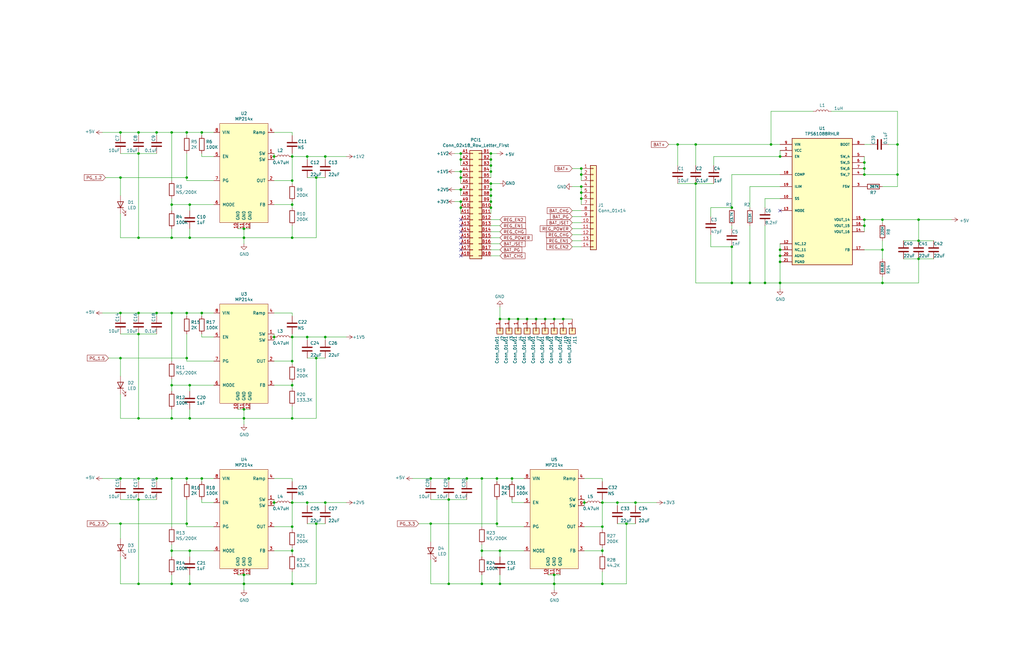
<source format=kicad_sch>
(kicad_sch (version 20211123) (generator eeschema)
  (paper "User" 431.8 279.4)
  (title_block (title "Fpga-USB3-Collector (DDR3_2G)"))
  (junction (at 254 246.38))
  (junction (at 85.09 201.93))
  (junction (at 254 222.25))
  (junction (at 115.57 212.09))
  (junction (at 123.19 152.4))
  (junction (at 50.8 55.88))
  (junction (at 218.44 134.62))
  (junction (at 102.87 176.53))
  (junction (at 214.63 134.62))
  (junction (at 181.61 201.93))
  (junction (at 72.39 201.93))
  (junction (at 102.87 242.57))
  (junction (at 194.31 80.01))
  (junction (at 58.42 64.77))
  (junction (at 245.11 83.82))
  (junction (at 66.04 55.88))
  (junction (at 72.39 232.41))
  (junction (at 123.19 232.41))
  (junction (at 207.01 69.85))
  (junction (at 364.49 95.25))
  (junction (at 72.39 246.38))
  (junction (at 325.12 60.96))
  (junction (at 364.49 68.58))
  (junction (at 102.87 96.52))
  (junction (at 293.37 60.96))
  (junction (at 80.01 86.36))
  (junction (at 207.01 82.55))
  (junction (at 222.25 134.62))
  (junction (at 209.55 220.98))
  (junction (at 102.87 246.38))
  (junction (at 328.93 119.38))
  (junction (at 66.04 201.93))
  (junction (at 245.11 81.28))
  (junction (at 245.11 73.66))
  (junction (at 123.19 176.53))
  (junction (at 194.31 64.77))
  (junction (at 80.01 232.41))
  (junction (at 210.82 246.38))
  (junction (at 129.54 142.24))
  (junction (at 209.55 201.93))
  (junction (at 328.93 107.95))
  (junction (at 129.54 66.04))
  (junction (at 246.38 212.09))
  (junction (at 115.57 142.24))
  (junction (at 364.49 71.12))
  (junction (at 66.04 132.08))
  (junction (at 372.11 92.71))
  (junction (at 264.16 220.98))
  (junction (at 78.74 201.93))
  (junction (at 364.49 73.66))
  (junction (at 378.46 60.96))
  (junction (at 387.35 92.71))
  (junction (at 189.23 246.38))
  (junction (at 72.39 100.33))
  (junction (at 78.74 220.98))
  (junction (at 210.82 134.62))
  (junction (at 308.61 104.14))
  (junction (at 123.19 86.36))
  (junction (at 123.19 246.38))
  (junction (at 133.35 220.98))
  (junction (at 328.93 105.41))
  (junction (at 50.8 201.93))
  (junction (at 80.01 246.38))
  (junction (at 123.19 76.2))
  (junction (at 189.23 201.93))
  (junction (at 387.35 109.22))
  (junction (at 72.39 55.88))
  (junction (at 80.01 100.33))
  (junction (at 328.93 66.04))
  (junction (at 72.39 162.56))
  (junction (at 207.01 87.63))
  (junction (at 308.61 87.63))
  (junction (at 58.42 55.88))
  (junction (at 58.42 140.97))
  (junction (at 207.01 67.31))
  (junction (at 260.35 212.09))
  (junction (at 78.74 132.08))
  (junction (at 207.01 72.39))
  (junction (at 137.16 66.04))
  (junction (at 137.16 212.09))
  (junction (at 133.35 74.93))
  (junction (at 194.31 85.09))
  (junction (at 316.23 119.38))
  (junction (at 196.85 201.93))
  (junction (at 115.57 66.04))
  (junction (at 78.74 151.13))
  (junction (at 123.19 162.56))
  (junction (at 267.97 212.09))
  (junction (at 245.11 78.74))
  (junction (at 207.01 85.09))
  (junction (at 85.09 55.88))
  (junction (at 207.01 80.01))
  (junction (at 378.46 73.66))
  (junction (at 254 232.41))
  (junction (at 50.8 74.93))
  (junction (at 133.35 151.13))
  (junction (at 123.19 66.04))
  (junction (at 194.31 72.39))
  (junction (at 78.74 74.93))
  (junction (at 123.19 142.24))
  (junction (at 58.42 210.82))
  (junction (at 372.11 105.41))
  (junction (at 322.58 119.38))
  (junction (at 285.75 60.96))
  (junction (at 203.2 246.38))
  (junction (at 137.16 142.24))
  (junction (at 207.01 64.77))
  (junction (at 102.87 100.33))
  (junction (at 215.9 201.93))
  (junction (at 50.8 132.08))
  (junction (at 80.01 162.56))
  (junction (at 50.8 220.98))
  (junction (at 72.39 132.08))
  (junction (at 245.11 71.12))
  (junction (at 237.49 134.62))
  (junction (at 194.31 67.31))
  (junction (at 328.93 110.49))
  (junction (at 293.37 77.47))
  (junction (at 189.23 210.82))
  (junction (at 78.74 55.88))
  (junction (at 181.61 220.98))
  (junction (at 233.68 242.57))
  (junction (at 123.19 100.33))
  (junction (at 254 212.09))
  (junction (at 72.39 86.36))
  (junction (at 364.49 92.71))
  (junction (at 58.42 201.93))
  (junction (at 80.01 176.53))
  (junction (at 229.87 134.62))
  (junction (at 123.19 212.09))
  (junction (at 226.06 134.62))
  (junction (at 387.35 101.6))
  (junction (at 233.68 134.62))
  (junction (at 207.01 77.47))
  (junction (at 203.2 232.41))
  (junction (at 58.42 100.33))
  (junction (at 203.2 201.93))
  (junction (at 372.11 119.38))
  (junction (at 194.31 74.93))
  (junction (at 72.39 176.53))
  (junction (at 85.09 132.08))
  (junction (at 58.42 132.08))
  (junction (at 194.31 87.63))
  (junction (at 58.42 176.53))
  (junction (at 233.68 246.38))
  (junction (at 308.61 119.38))
  (junction (at 123.19 222.25))
  (junction (at 58.42 246.38))
  (junction (at 50.8 151.13))
  (junction (at 102.87 172.72))
  (junction (at 129.54 212.09))
  (junction (at 210.82 232.41))
  (no_connect (at 194.31 97.79))
  (no_connect (at 194.31 100.33))
  (no_connect (at 194.31 92.71))
  (no_connect (at 194.31 95.25))
  (no_connect (at 194.31 107.95))
  (no_connect (at 194.31 105.41))
  (no_connect (at 194.31 102.87))
  (no_connect (at 328.93 88.9))
  (wire (pts (xy 378.46 46.99) (xy 378.46 60.96)))
  (wire (pts (xy 210.82 95.25) (xy 207.01 95.25)))
  (wire (pts (xy 137.16 142.24) (xy 137.16 143.51)))
  (wire (pts (xy 80.01 165.1) (xy 80.01 162.56)))
  (wire (pts (xy 210.82 105.41) (xy 207.01 105.41)))
  (wire (pts (xy 72.39 242.57) (xy 72.39 246.38)))
  (wire (pts (xy 196.85 203.2) (xy 196.85 201.93)))
  (wire (pts (xy 233.68 134.62) (xy 237.49 134.62)))
  (wire (pts (xy 322.58 95.25) (xy 322.58 119.38)))
  (wire (pts (xy 78.74 74.93) (xy 78.74 76.2)))
  (wire (pts (xy 254 212.09) (xy 260.35 212.09)))
  (wire (pts (xy 78.74 64.77) (xy 78.74 74.93)))
  (wire (pts (xy 222.25 134.62) (xy 226.06 134.62)))
  (wire (pts (xy 85.09 64.77) (xy 85.09 66.04)))
  (wire (pts (xy 364.49 97.79) (xy 364.49 95.25)))
  (wire (pts (xy 196.85 210.82) (xy 189.23 210.82)))
  (wire (pts (xy 254 222.25) (xy 254 223.52)))
  (wire (pts (xy 72.39 176.53) (xy 80.01 176.53)))
  (wire (pts (xy 246.38 210.82) (xy 246.38 212.09)))
  (wire (pts (xy 50.8 90.17) (xy 50.8 100.33)))
  (wire (pts (xy 115.57 222.25) (xy 123.19 222.25)))
  (wire (pts (xy 78.74 210.82) (xy 78.74 220.98)))
  (wire (pts (xy 207.01 82.55) (xy 207.01 85.09)))
  (wire (pts (xy 214.63 134.62) (xy 218.44 134.62)))
  (wire (pts (xy 231.14 242.57) (xy 233.68 242.57)))
  (wire (pts (xy 72.39 132.08) (xy 78.74 132.08)))
  (wire (pts (xy 207.01 64.77) (xy 207.01 67.31)))
  (wire (pts (xy 102.87 96.52) (xy 105.41 96.52)))
  (wire (pts (xy 123.19 132.08) (xy 115.57 132.08)))
  (wire (pts (xy 50.8 74.93) (xy 78.74 74.93)))
  (wire (pts (xy 85.09 57.15) (xy 85.09 55.88)))
  (wire (pts (xy 241.3 101.6) (xy 245.11 101.6)))
  (wire (pts (xy 387.35 109.22) (xy 387.35 119.38)))
  (wire (pts (xy 78.74 151.13) (xy 78.74 152.4)))
  (wire (pts (xy 50.8 74.93) (xy 50.8 82.55)))
  (wire (pts (xy 123.19 133.35) (xy 123.19 132.08)))
  (wire (pts (xy 85.09 133.35) (xy 85.09 132.08)))
  (wire (pts (xy 325.12 46.99) (xy 325.12 60.96)))
  (wire (pts (xy 58.42 140.97) (xy 50.8 140.97)))
  (wire (pts (xy 245.11 71.12) (xy 245.11 73.66)))
  (wire (pts (xy 85.09 142.24) (xy 90.17 142.24)))
  (wire (pts (xy 226.06 134.62) (xy 229.87 134.62)))
  (wire (pts (xy 78.74 140.97) (xy 78.74 151.13)))
  (wire (pts (xy 102.87 179.07) (xy 102.87 176.53)))
  (wire (pts (xy 133.35 100.33) (xy 123.19 100.33)))
  (wire (pts (xy 191.77 85.09) (xy 194.31 85.09)))
  (wire (pts (xy 102.87 172.72) (xy 105.41 172.72)))
  (wire (pts (xy 207.01 67.31) (xy 207.01 69.85)))
  (wire (pts (xy 137.16 66.04) (xy 137.16 67.31)))
  (wire (pts (xy 237.49 134.62) (xy 241.3 134.62)))
  (wire (pts (xy 50.8 176.53) (xy 58.42 176.53)))
  (wire (pts (xy 241.3 96.52) (xy 245.11 96.52)))
  (wire (pts (xy 72.39 229.87) (xy 72.39 232.41)))
  (wire (pts (xy 264.16 246.38) (xy 254 246.38)))
  (wire (pts (xy 189.23 246.38) (xy 203.2 246.38)))
  (wire (pts (xy 241.3 88.9) (xy 245.11 88.9)))
  (wire (pts (xy 215.9 210.82) (xy 215.9 212.09)))
  (wire (pts (xy 189.23 210.82) (xy 181.61 210.82)))
  (wire (pts (xy 66.04 201.93) (xy 58.42 201.93)))
  (wire (pts (xy 328.93 63.5) (xy 328.93 66.04)))
  (wire (pts (xy 241.3 104.14) (xy 245.11 104.14)))
  (wire (pts (xy 364.49 68.58) (xy 364.49 71.12)))
  (wire (pts (xy 58.42 140.97) (xy 58.42 176.53)))
  (wire (pts (xy 43.18 201.93) (xy 50.8 201.93)))
  (wire (pts (xy 328.93 78.74) (xy 316.23 78.74)))
  (wire (pts (xy 254 203.2) (xy 254 201.93)))
  (wire (pts (xy 85.09 132.08) (xy 78.74 132.08)))
  (wire (pts (xy 100.33 172.72) (xy 102.87 172.72)))
  (wire (pts (xy 50.8 55.88) (xy 50.8 57.15)))
  (wire (pts (xy 210.82 246.38) (xy 233.68 246.38)))
  (wire (pts (xy 401.32 92.71) (xy 387.35 92.71)))
  (wire (pts (xy 364.49 66.04) (xy 364.49 68.58)))
  (wire (pts (xy 210.82 100.33) (xy 207.01 100.33)))
  (wire (pts (xy 50.8 158.75) (xy 50.8 151.13)))
  (wire (pts (xy 293.37 77.47) (xy 293.37 119.38)))
  (wire (pts (xy 300.99 66.04) (xy 300.99 69.85)))
  (wire (pts (xy 115.57 76.2) (xy 123.19 76.2)))
  (wire (pts (xy 58.42 57.15) (xy 58.42 55.88)))
  (wire (pts (xy 123.19 55.88) (xy 115.57 55.88)))
  (wire (pts (xy 115.57 162.56) (xy 123.19 162.56)))
  (wire (pts (xy 66.04 140.97) (xy 58.42 140.97)))
  (wire (pts (xy 308.61 119.38) (xy 316.23 119.38)))
  (wire (pts (xy 254 212.09) (xy 254 210.82)))
  (wire (pts (xy 233.68 242.57) (xy 233.68 246.38)))
  (wire (pts (xy 215.9 201.93) (xy 209.55 201.93)))
  (wire (pts (xy 66.04 203.2) (xy 66.04 201.93)))
  (wire (pts (xy 123.19 201.93) (xy 115.57 201.93)))
  (wire (pts (xy 102.87 96.52) (xy 102.87 100.33)))
  (wire (pts (xy 210.82 134.62) (xy 214.63 134.62)))
  (wire (pts (xy 328.93 105.41) (xy 328.93 107.95)))
  (wire (pts (xy 210.82 242.57) (xy 210.82 246.38)))
  (wire (pts (xy 78.74 152.4) (xy 90.17 152.4)))
  (wire (pts (xy 78.74 57.15) (xy 78.74 55.88)))
  (wire (pts (xy 267.97 212.09) (xy 267.97 213.36)))
  (wire (pts (xy 364.49 73.66) (xy 378.46 73.66)))
  (wire (pts (xy 378.46 78.74) (xy 372.11 78.74)))
  (wire (pts (xy 241.3 91.44) (xy 245.11 91.44)))
  (wire (pts (xy 85.09 212.09) (xy 90.17 212.09)))
  (wire (pts (xy 80.01 246.38) (xy 102.87 246.38)))
  (wire (pts (xy 102.87 248.92) (xy 102.87 246.38)))
  (wire (pts (xy 58.42 201.93) (xy 50.8 201.93)))
  (wire (pts (xy 72.39 246.38) (xy 80.01 246.38)))
  (wire (pts (xy 210.82 232.41) (xy 220.98 232.41)))
  (wire (pts (xy 229.87 134.62) (xy 233.68 134.62)))
  (wire (pts (xy 220.98 201.93) (xy 215.9 201.93)))
  (wire (pts (xy 328.93 110.49) (xy 328.93 119.38)))
  (wire (pts (xy 123.19 142.24) (xy 123.19 152.4)))
  (wire (pts (xy 372.11 92.71) (xy 387.35 92.71)))
  (wire (pts (xy 102.87 100.33) (xy 123.19 100.33)))
  (wire (pts (xy 78.74 222.25) (xy 90.17 222.25)))
  (wire (pts (xy 58.42 55.88) (xy 50.8 55.88)))
  (wire (pts (xy 123.19 212.09) (xy 123.19 210.82)))
  (wire (pts (xy 194.31 67.31) (xy 194.31 69.85)))
  (wire (pts (xy 322.58 83.82) (xy 322.58 87.63)))
  (wire (pts (xy 137.16 212.09) (xy 146.05 212.09)))
  (wire (pts (xy 72.39 201.93) (xy 78.74 201.93)))
  (wire (pts (xy 66.04 132.08) (xy 58.42 132.08)))
  (wire (pts (xy 364.49 92.71) (xy 372.11 92.71)))
  (wire (pts (xy 210.82 102.87) (xy 207.01 102.87)))
  (wire (pts (xy 66.04 55.88) (xy 72.39 55.88)))
  (wire (pts (xy 85.09 66.04) (xy 90.17 66.04)))
  (wire (pts (xy 203.2 246.38) (xy 210.82 246.38)))
  (wire (pts (xy 189.23 201.93) (xy 181.61 201.93)))
  (wire (pts (xy 381 101.6) (xy 387.35 101.6)))
  (wire (pts (xy 218.44 134.62) (xy 222.25 134.62)))
  (wire (pts (xy 191.77 72.39) (xy 194.31 72.39)))
  (wire (pts (xy 328.93 73.66) (xy 308.61 73.66)))
  (wire (pts (xy 78.74 203.2) (xy 78.74 201.93)))
  (wire (pts (xy 58.42 210.82) (xy 50.8 210.82)))
  (wire (pts (xy 123.19 233.68) (xy 123.19 232.41)))
  (wire (pts (xy 129.54 212.09) (xy 137.16 212.09)))
  (wire (pts (xy 209.55 210.82) (xy 209.55 220.98)))
  (wire (pts (xy 299.72 87.63) (xy 308.61 87.63)))
  (wire (pts (xy 80.01 172.72) (xy 80.01 176.53)))
  (wire (pts (xy 129.54 142.24) (xy 137.16 142.24)))
  (wire (pts (xy 181.61 236.22) (xy 181.61 246.38)))
  (wire (pts (xy 72.39 162.56) (xy 80.01 162.56)))
  (wire (pts (xy 78.74 133.35) (xy 78.74 132.08)))
  (wire (pts (xy 66.04 64.77) (xy 58.42 64.77)))
  (wire (pts (xy 115.57 210.82) (xy 115.57 212.09)))
  (wire (pts (xy 191.77 80.01) (xy 194.31 80.01)))
  (wire (pts (xy 123.19 222.25) (xy 123.19 223.52)))
  (wire (pts (xy 264.16 220.98) (xy 264.16 246.38)))
  (wire (pts (xy 233.68 248.92) (xy 233.68 246.38)))
  (wire (pts (xy 50.8 220.98) (xy 78.74 220.98)))
  (wire (pts (xy 381 109.22) (xy 387.35 109.22)))
  (wire (pts (xy 72.39 152.4) (xy 72.39 132.08)))
  (wire (pts (xy 123.19 246.38) (xy 123.19 241.3)))
  (wire (pts (xy 43.18 55.88) (xy 50.8 55.88)))
  (wire (pts (xy 210.82 107.95) (xy 207.01 107.95)))
  (wire (pts (xy 299.72 99.06) (xy 299.72 104.14)))
  (wire (pts (xy 133.35 246.38) (xy 123.19 246.38)))
  (wire (pts (xy 372.11 119.38) (xy 372.11 116.84)))
  (wire (pts (xy 209.55 64.77) (xy 207.01 64.77)))
  (wire (pts (xy 194.31 72.39) (xy 194.31 74.93)))
  (wire (pts (xy 173.99 201.93) (xy 181.61 201.93)))
  (wire (pts (xy 181.61 228.6) (xy 181.61 220.98)))
  (wire (pts (xy 210.82 129.54) (xy 210.82 134.62)))
  (wire (pts (xy 133.35 74.93) (xy 129.54 74.93)))
  (wire (pts (xy 210.82 92.71) (xy 207.01 92.71)))
  (wire (pts (xy 393.7 109.22) (xy 387.35 109.22)))
  (wire (pts (xy 176.53 220.98) (xy 181.61 220.98)))
  (wire (pts (xy 102.87 242.57) (xy 102.87 246.38)))
  (wire (pts (xy 66.04 201.93) (xy 72.39 201.93)))
  (wire (pts (xy 293.37 69.85) (xy 293.37 60.96)))
  (wire (pts (xy 123.19 66.04) (xy 129.54 66.04)))
  (wire (pts (xy 133.35 220.98) (xy 129.54 220.98)))
  (wire (pts (xy 387.35 101.6) (xy 387.35 92.71)))
  (wire (pts (xy 308.61 95.25) (xy 308.61 96.52)))
  (wire (pts (xy 85.09 210.82) (xy 85.09 212.09)))
  (wire (pts (xy 58.42 210.82) (xy 58.42 246.38)))
  (wire (pts (xy 328.93 60.96) (xy 325.12 60.96)))
  (wire (pts (xy 203.2 242.57) (xy 203.2 246.38)))
  (wire (pts (xy 293.37 77.47) (xy 285.75 77.47)))
  (wire (pts (xy 72.39 55.88) (xy 78.74 55.88)))
  (wire (pts (xy 246.38 212.09) (xy 246.38 213.36)))
  (wire (pts (xy 207.01 77.47) (xy 210.82 77.47)))
  (wire (pts (xy 123.19 212.09) (xy 129.54 212.09)))
  (wire (pts (xy 72.39 96.52) (xy 72.39 100.33)))
  (wire (pts (xy 123.19 152.4) (xy 123.19 153.67)))
  (wire (pts (xy 203.2 222.25) (xy 203.2 201.93)))
  (wire (pts (xy 58.42 132.08) (xy 50.8 132.08)))
  (wire (pts (xy 90.17 201.93) (xy 85.09 201.93)))
  (wire (pts (xy 233.68 242.57) (xy 236.22 242.57)))
  (wire (pts (xy 181.61 220.98) (xy 209.55 220.98)))
  (wire (pts (xy 50.8 151.13) (xy 78.74 151.13)))
  (wire (pts (xy 72.39 160.02) (xy 72.39 162.56)))
  (wire (pts (xy 209.55 220.98) (xy 209.55 222.25)))
  (wire (pts (xy 45.72 151.13) (xy 50.8 151.13)))
  (wire (pts (xy 129.54 213.36) (xy 129.54 212.09)))
  (wire (pts (xy 58.42 64.77) (xy 50.8 64.77)))
  (wire (pts (xy 115.57 66.04) (xy 115.57 67.31)))
  (wire (pts (xy 254 212.09) (xy 254 222.25)))
  (wire (pts (xy 50.8 246.38) (xy 58.42 246.38)))
  (wire (pts (xy 123.19 142.24) (xy 129.54 142.24)))
  (wire (pts (xy 72.39 162.56) (xy 72.39 165.1)))
  (wire (pts (xy 85.09 55.88) (xy 78.74 55.88)))
  (wire (pts (xy 196.85 201.93) (xy 203.2 201.93)))
  (wire (pts (xy 233.68 246.38) (xy 254 246.38)))
  (wire (pts (xy 207.01 72.39) (xy 207.01 74.93)))
  (wire (pts (xy 207.01 77.47) (xy 207.01 80.01)))
  (wire (pts (xy 100.33 96.52) (xy 102.87 96.52)))
  (wire (pts (xy 254 201.93) (xy 246.38 201.93)))
  (wire (pts (xy 245.11 83.82) (xy 245.11 86.36)))
  (wire (pts (xy 308.61 73.66) (xy 308.61 87.63)))
  (wire (pts (xy 246.38 232.41) (xy 254 232.41)))
  (wire (pts (xy 241.3 93.98) (xy 245.11 93.98)))
  (wire (pts (xy 372.11 119.38) (xy 387.35 119.38)))
  (wire (pts (xy 85.09 201.93) (xy 78.74 201.93)))
  (wire (pts (xy 372.11 101.6) (xy 372.11 105.41)))
  (wire (pts (xy 102.87 172.72) (xy 102.87 176.53)))
  (wire (pts (xy 264.16 220.98) (xy 260.35 220.98)))
  (wire (pts (xy 72.39 232.41) (xy 80.01 232.41)))
  (wire (pts (xy 45.72 220.98) (xy 50.8 220.98)))
  (wire (pts (xy 129.54 143.51) (xy 129.54 142.24)))
  (wire (pts (xy 80.01 242.57) (xy 80.01 246.38)))
  (wire (pts (xy 194.31 64.77) (xy 194.31 67.31)))
  (wire (pts (xy 194.31 87.63) (xy 194.31 90.17)))
  (wire (pts (xy 72.39 232.41) (xy 72.39 234.95)))
  (wire (pts (xy 85.09 203.2) (xy 85.09 201.93)))
  (wire (pts (xy 245.11 81.28) (xy 245.11 83.82)))
  (wire (pts (xy 133.35 220.98) (xy 133.35 246.38)))
  (wire (pts (xy 115.57 212.09) (xy 115.57 213.36)))
  (wire (pts (xy 372.11 119.38) (xy 328.93 119.38)))
  (wire (pts (xy 72.39 83.82) (xy 72.39 86.36)))
  (wire (pts (xy 196.85 201.93) (xy 189.23 201.93)))
  (wire (pts (xy 191.77 64.77) (xy 194.31 64.77)))
  (wire (pts (xy 316.23 119.38) (xy 322.58 119.38)))
  (wire (pts (xy 285.75 60.96) (xy 281.94 60.96)))
  (wire (pts (xy 123.19 66.04) (xy 123.19 64.77)))
  (wire (pts (xy 245.11 73.66) (xy 245.11 76.2)))
  (wire (pts (xy 207.01 85.09) (xy 207.01 87.63)))
  (wire (pts (xy 58.42 176.53) (xy 72.39 176.53)))
  (wire (pts (xy 66.04 210.82) (xy 58.42 210.82)))
  (wire (pts (xy 137.16 74.93) (xy 133.35 74.93)))
  (wire (pts (xy 133.35 176.53) (xy 123.19 176.53)))
  (wire (pts (xy 43.18 132.08) (xy 50.8 132.08)))
  (wire (pts (xy 203.2 229.87) (xy 203.2 232.41)))
  (wire (pts (xy 78.74 76.2) (xy 90.17 76.2)))
  (wire (pts (xy 50.8 201.93) (xy 50.8 203.2)))
  (wire (pts (xy 115.57 152.4) (xy 123.19 152.4)))
  (wire (pts (xy 372.11 92.71) (xy 372.11 93.98)))
  (wire (pts (xy 133.35 151.13) (xy 133.35 176.53)))
  (wire (pts (xy 328.93 66.04) (xy 300.99 66.04)))
  (wire (pts (xy 207.01 87.63) (xy 207.01 90.17)))
  (wire (pts (xy 203.2 201.93) (xy 209.55 201.93)))
  (wire (pts (xy 100.33 242.57) (xy 102.87 242.57)))
  (wire (pts (xy 90.17 132.08) (xy 85.09 132.08)))
  (wire (pts (xy 115.57 140.97) (xy 115.57 142.24)))
  (wire (pts (xy 123.19 87.63) (xy 123.19 86.36)))
  (wire (pts (xy 66.04 132.08) (xy 72.39 132.08)))
  (wire (pts (xy 66.04 55.88) (xy 58.42 55.88)))
  (wire (pts (xy 66.04 57.15) (xy 66.04 55.88)))
  (wire (pts (xy 50.8 132.08) (xy 50.8 133.35)))
  (wire (pts (xy 316.23 78.74) (xy 316.23 87.63)))
  (wire (pts (xy 133.35 74.93) (xy 133.35 100.33)))
  (wire (pts (xy 210.82 97.79) (xy 207.01 97.79)))
  (wire (pts (xy 364.49 105.41) (xy 372.11 105.41)))
  (wire (pts (xy 80.01 86.36) (xy 90.17 86.36)))
  (wire (pts (xy 72.39 100.33) (xy 80.01 100.33)))
  (wire (pts (xy 322.58 119.38) (xy 328.93 119.38)))
  (wire (pts (xy 194.31 74.93) (xy 194.31 77.47)))
  (wire (pts (xy 58.42 203.2) (xy 58.42 201.93)))
  (wire (pts (xy 246.38 222.25) (xy 254 222.25)))
  (wire (pts (xy 285.75 69.85) (xy 285.75 60.96)))
  (wire (pts (xy 299.72 87.63) (xy 299.72 91.44)))
  (wire (pts (xy 50.8 166.37) (xy 50.8 176.53)))
  (wire (pts (xy 133.35 151.13) (xy 129.54 151.13)))
  (wire (pts (xy 115.57 232.41) (xy 123.19 232.41)))
  (wire (pts (xy 260.35 213.36) (xy 260.35 212.09)))
  (wire (pts (xy 241.3 71.12) (xy 245.11 71.12)))
  (wire (pts (xy 260.35 212.09) (xy 267.97 212.09)))
  (wire (pts (xy 207.01 69.85) (xy 207.01 72.39)))
  (wire (pts (xy 350.52 46.99) (xy 378.46 46.99)))
  (wire (pts (xy 80.01 100.33) (xy 102.87 100.33)))
  (wire (pts (xy 102.87 242.57) (xy 105.41 242.57)))
  (wire (pts (xy 189.23 210.82) (xy 189.23 246.38)))
  (wire (pts (xy 58.42 64.77) (xy 58.42 100.33)))
  (wire (pts (xy 245.11 78.74) (xy 245.11 81.28)))
  (wire (pts (xy 58.42 100.33) (xy 72.39 100.33)))
  (wire (pts (xy 308.61 104.14) (xy 308.61 119.38)))
  (wire (pts (xy 209.55 222.25) (xy 220.98 222.25)))
  (wire (pts (xy 316.23 95.25) (xy 316.23 119.38)))
  (wire (pts (xy 293.37 119.38) (xy 308.61 119.38)))
  (wire (pts (xy 50.8 100.33) (xy 58.42 100.33)))
  (wire (pts (xy 72.39 222.25) (xy 72.39 201.93)))
  (wire (pts (xy 299.72 104.14) (xy 308.61 104.14)))
  (wire (pts (xy 328.93 107.95) (xy 328.93 110.49)))
  (wire (pts (xy 267.97 220.98) (xy 264.16 220.98)))
  (wire (pts (xy 203.2 232.41) (xy 210.82 232.41)))
  (wire (pts (xy 115.57 142.24) (xy 115.57 143.51)))
  (wire (pts (xy 300.99 77.47) (xy 293.37 77.47)))
  (wire (pts (xy 123.19 162.56) (xy 123.19 161.29)))
  (wire (pts (xy 210.82 234.95) (xy 210.82 232.41)))
  (wire (pts (xy 123.19 76.2) (xy 123.19 77.47)))
  (wire (pts (xy 85.09 140.97) (xy 85.09 142.24)))
  (wire (pts (xy 203.2 232.41) (xy 203.2 234.95)))
  (wire (pts (xy 189.23 203.2) (xy 189.23 201.93)))
  (wire (pts (xy 80.01 88.9) (xy 80.01 86.36)))
  (wire (pts (xy 267.97 212.09) (xy 276.86 212.09)))
  (wire (pts (xy 72.39 86.36) (xy 80.01 86.36)))
  (wire (pts (xy 44.45 74.93) (xy 50.8 74.93)))
  (wire (pts (xy 72.39 76.2) (xy 72.39 55.88)))
  (wire (pts (xy 215.9 203.2) (xy 215.9 201.93)))
  (wire (pts (xy 342.9 46.99) (xy 325.12 46.99)))
  (wire (pts (xy 90.17 55.88) (xy 85.09 55.88)))
  (wire (pts (xy 80.01 96.52) (xy 80.01 100.33)))
  (wire (pts (xy 254 246.38) (xy 254 241.3)))
  (wire (pts (xy 72.39 172.72) (xy 72.39 176.53)))
  (wire (pts (xy 80.01 176.53) (xy 102.87 176.53)))
  (wire (pts (xy 58.42 133.35) (xy 58.42 132.08)))
  (wire (pts (xy 50.8 220.98) (xy 50.8 227.33)))
  (wire (pts (xy 72.39 86.36) (xy 72.39 88.9)))
  (wire (pts (xy 378.46 73.66) (xy 378.46 78.74)))
  (wire (pts (xy 325.12 60.96) (xy 293.37 60.96)))
  (wire (pts (xy 66.04 133.35) (xy 66.04 132.08)))
  (wire (pts (xy 102.87 246.38) (xy 123.19 246.38)))
  (wire (pts (xy 181.61 246.38) (xy 189.23 246.38)))
  (wire (pts (xy 241.3 99.06) (xy 245.11 99.06)))
  (wire (pts (xy 123.19 212.09) (xy 123.19 222.25)))
  (wire (pts (xy 123.19 86.36) (xy 123.19 85.09)))
  (wire (pts (xy 137.16 66.04) (xy 146.05 66.04)))
  (wire (pts (xy 129.54 67.31) (xy 129.54 66.04)))
  (wire (pts (xy 387.35 101.6) (xy 393.7 101.6)))
  (wire (pts (xy 241.3 78.74) (xy 245.11 78.74)))
  (wire (pts (xy 58.42 246.38) (xy 72.39 246.38)))
  (wire (pts (xy 207.01 80.01) (xy 207.01 82.55)))
  (wire (pts (xy 129.54 66.04) (xy 137.16 66.04)))
  (wire (pts (xy 80.01 234.95) (xy 80.01 232.41)))
  (wire (pts (xy 123.19 100.33) (xy 123.19 95.25)))
  (wire (pts (xy 137.16 220.98) (xy 133.35 220.98)))
  (wire (pts (xy 137.16 151.13) (xy 133.35 151.13)))
  (wire (pts (xy 254 232.41) (xy 254 231.14)))
  (wire (pts (xy 123.19 203.2) (xy 123.19 201.93)))
  (wire (pts (xy 364.49 60.96) (xy 367.03 60.96)))
  (wire (pts (xy 78.74 220.98) (xy 78.74 222.25)))
  (wire (pts (xy 372.11 105.41) (xy 372.11 109.22)))
  (wire (pts (xy 209.55 203.2) (xy 209.55 201.93)))
  (wire (pts (xy 102.87 102.87) (xy 102.87 100.33)))
  (wire (pts (xy 328.93 121.92) (xy 328.93 119.38)))
  (wire (pts (xy 80.01 232.41) (xy 90.17 232.41)))
  (wire (pts (xy 50.8 234.95) (xy 50.8 246.38)))
  (wire (pts (xy 115.57 64.77) (xy 115.57 66.04)))
  (wire (pts (xy 293.37 60.96) (xy 285.75 60.96)))
  (wire (pts (xy 364.49 71.12) (xy 364.49 73.66)))
  (wire (pts (xy 102.87 176.53) (xy 123.19 176.53)))
  (wire (pts (xy 137.16 212.09) (xy 137.16 213.36)))
  (wire (pts (xy 80.01 162.56) (xy 90.17 162.56)))
  (wire (pts (xy 123.19 66.04) (xy 123.19 76.2)))
  (wire (pts (xy 254 233.68) (xy 254 232.41)))
  (wire (pts (xy 123.19 163.83) (xy 123.19 162.56)))
  (wire (pts (xy 215.9 212.09) (xy 220.98 212.09)))
  (wire (pts (xy 123.19 57.15) (xy 123.19 55.88)))
  (wire (pts (xy 364.49 95.25) (xy 364.49 92.71)))
  (wire (pts (xy 194.31 85.09) (xy 194.31 87.63)))
  (wire (pts (xy 328.93 83.82) (xy 322.58 83.82)))
  (wire (pts (xy 374.65 60.96) (xy 378.46 60.96)))
  (wire (pts (xy 123.19 232.41) (xy 123.19 231.14)))
  (wire (pts (xy 328.93 102.87) (xy 328.93 105.41)))
  (wire (pts (xy 123.19 142.24) (xy 123.19 140.97)))
  (wire (pts (xy 181.61 201.93) (xy 181.61 203.2)))
  (wire (pts (xy 137.16 142.24) (xy 146.05 142.24)))
  (wire (pts (xy 378.46 60.96) (xy 378.46 73.66)))
  (wire (pts (xy 115.57 86.36) (xy 123.19 86.36)))
  (wire (pts (xy 123.19 176.53) (xy 123.19 171.45)))
  (wire (pts (xy 194.31 80.01) (xy 194.31 82.55)))
  (global_label "BAT_CHG" (shape input) (at 210.82 107.95 0) (property "Intersheet References" "${INTERSHEET_REFS}" (effects hide)))
  (global_label "PG_2.5" (shape input) (at 45.72 220.98 180) (property "Intersheet References" "${INTERSHEET_REFS}" (effects hide)))
  (global_label "BAT_ISET" (shape input) (at 241.3 93.98 180) (property "Intersheet References" "${INTERSHEET_REFS}" (effects hide)))
  (global_label "BAT+" (shape input) (at 241.3 71.12 180) (property "Intersheet References" "${INTERSHEET_REFS}" (effects hide)))
  (global_label "PG_1.2" (shape input) (at 44.45 74.93 180) (property "Intersheet References" "${INTERSHEET_REFS}" (effects hide)))
  (global_label "REG_POWER" (shape input) (at 210.82 100.33 0) (property "Intersheet References" "${INTERSHEET_REFS}" (effects hide)))
  (global_label "REG_EN2" (shape input) (at 241.3 104.14 180) (property "Intersheet References" "${INTERSHEET_REFS}" (effects hide)))
  (global_label "REG_EN2" (shape input) (at 210.82 92.71 0) (property "Intersheet References" "${INTERSHEET_REFS}" (effects hide)))
  (global_label "BAT_PG" (shape input) (at 241.3 91.44 180) (property "Intersheet References" "${INTERSHEET_REFS}" (effects hide)))
  (global_label "BAT_CHG" (shape input) (at 241.3 88.9 180) (property "Intersheet References" "${INTERSHEET_REFS}" (effects hide)))
  (global_label "REG_EN1" (shape input) (at 241.3 101.6 180) (property "Intersheet References" "${INTERSHEET_REFS}" (effects hide)))
  (global_label "BAT+" (shape input) (at 281.94 60.96 180) (property "Intersheet References" "${INTERSHEET_REFS}" (effects hide)))
  (global_label "REG_CHG" (shape input) (at 241.3 99.06 180) (property "Intersheet References" "${INTERSHEET_REFS}" (effects hide)))
  (global_label "REG_POWER" (shape input) (at 241.3 96.52 180) (property "Intersheet References" "${INTERSHEET_REFS}" (effects hide)))
  (global_label "BAT_ISET" (shape input) (at 210.82 102.87 0) (property "Intersheet References" "${INTERSHEET_REFS}" (effects hide)))
  (global_label "REG_CHG" (shape input) (at 210.82 97.79 0) (property "Intersheet References" "${INTERSHEET_REFS}" (effects hide)))
  (global_label "PG_3.3" (shape input) (at 176.53 220.98 180) (property "Intersheet References" "${INTERSHEET_REFS}" (effects hide)))
  (global_label "REG_EN1" (shape input) (at 210.82 95.25 0) (property "Intersheet References" "${INTERSHEET_REFS}" (effects hide)))
  (global_label "PG_1.5" (shape input) (at 45.72 151.13 180) (property "Intersheet References" "${INTERSHEET_REFS}" (effects hide)))
  (global_label "BAT_PG" (shape input) (at 210.82 105.41 0) (property "Intersheet References" "${INTERSHEET_REFS}" (effects hide)))
  (symbol (lib_id "TPS61088RHLR:TPS61088RHLR") (at 346.71 83.82 0) (unit 1)
    (property "Reference" "U1" (at 346.71 54.1782 0))
    (property "Value" "TPS61088RHLR" (at 346.71 56.4896 0))
    (property "Footprint" "IC_TPS61088RHLR" (effects hide))
    (property "MAXIMUM_PACKAGE_HEIGHT" "1.00mm" (effects hide))
    (property "STANDARD" "Manufacturer Recommendations" (effects hide))
    (property "PARTREV" "4219071/A 05/2017" (effects hide))
    (property "MANUFACTURER" "Texas Instruments" (effects hide))
  )
  (symbol (lib_id "PCI:PCIx1") (at 200.66 85.09 0) (unit 1)
    (property "Reference" "PCI1" (at 200.66 59.055 0))
    (property "Value" "Conn_02x18_Row_Letter_First" (at 200.66 61.3664 0))
    (property "Footprint" "Connector_PCBEdge:BUS_PCIexpress_x1" (effects hide))
  )
  (symbol (lib_id "Device:C") (at 293.37 73.66 0) (unit 1)
    (property "Reference" "C2" (at 293.37 71.12 0) (effects (justify left)))
    (property "Value" "0.1uF" (at 293.37 76.2 0) (effects (justify left)))
    (property "Footprint" "Capacitor_SMD:C_0402_1005Metric" (effects hide))
  )
  (symbol (lib_id "Device:C") (at 285.75 73.66 0) (unit 1)
    (property "Reference" "C1" (at 285.75 71.12 0) (effects (justify left)))
    (property "Value" "10uF" (at 285.75 76.2 0) (effects (justify left)))
    (property "Footprint" "Capacitor_SMD:C_0603_1608Metric" (effects hide))
  )
  (symbol (lib_id "Device:C") (at 300.99 73.66 0) (unit 1)
    (property "Reference" "C4" (at 300.99 71.12 0) (effects (justify left)))
    (property "Value" "1uF" (at 300.99 76.2 0) (effects (justify left)))
    (property "Footprint" "Capacitor_SMD:C_0402_1005Metric" (effects hide))
  )
  (symbol (lib_id "Device:C") (at 299.72 95.25 0) (unit 1)
    (property "Reference" "C3" (at 299.72 92.71 0) (effects (justify left)))
    (property "Value" "47pF" (at 299.72 97.79 0) (effects (justify left)))
    (property "Footprint" "Capacitor_SMD:C_0402_1005Metric" (effects hide))
  )
  (symbol (lib_id "Device:R") (at 308.61 91.44 0) (unit 1)
    (property "Reference" "R1" (at 306.07 86.36 0) (effects (justify left)))
    (property "Value" "23.7K" (at 308.61 93.98 90) (effects (font (size 0.9906 0.9906) bold) (justify left)))
    (property "Footprint" "Resistor_SMD:R_0402_1005Metric" (effects hide))
  )
  (symbol (lib_id "Device:R") (at 316.23 91.44 0) (unit 1)
    (property "Reference" "R2" (at 313.69 86.36 0) (effects (justify left)))
    (property "Value" "113K" (at 316.23 93.98 90) (effects (font (size 0.9906 0.9906) bold) (justify left)))
    (property "Footprint" "Resistor_SMD:R_0402_1005Metric" (effects hide))
  )
  (symbol (lib_id "Device:C") (at 322.58 91.44 0) (unit 1)
    (property "Reference" "C6" (at 322.58 88.9 0) (effects (justify left)))
    (property "Value" "8.2nF" (at 322.58 93.98 0) (effects (justify left)))
    (property "Footprint" "Capacitor_SMD:C_0402_1005Metric" (effects hide))
  )
  (symbol (lib_id "Device:C") (at 393.7 105.41 0) (unit 1)
    (property "Reference" "C42" (at 393.7 102.87 0) (effects (justify left)))
    (property "Value" "22uF" (at 393.7 107.95 0) (effects (justify left)))
    (property "Footprint" "Capacitor_SMD:C_0603_1608Metric" (effects hide))
  )
  (symbol (lib_id "Device:C") (at 308.61 100.33 0) (unit 1)
    (property "Reference" "C5" (at 308.61 97.79 0) (effects (justify left)))
    (property "Value" "1nF" (at 308.61 102.87 0) (effects (justify left)))
    (property "Footprint" "Capacitor_SMD:C_0402_1005Metric" (effects hide))
  )
  (symbol (lib_id "power:+1V2") (at 191.77 64.77 90) (unit 1)
    (property "Reference" "#PWR0105" (effects hide))
    (property "Value" "+1V2" (at 186.69 64.77 90))
  )
  (symbol (lib_id "power:+1V5") (at 191.77 72.39 90) (mirror x) (unit 1)
    (property "Reference" "#PWR0106" (effects hide))
    (property "Value" "+1V5" (at 189.23 72.39 90) (effects (justify left)))
  )
  (symbol (lib_id "power:+2V5") (at 191.77 80.01 90) (unit 1)
    (property "Reference" "#PWR0107" (effects hide))
    (property "Value" "+2V5" (at 186.69 80.01 90))
  )
  (symbol (lib_id "MP2145:MP214x") (at 102.87 71.12 0) (unit 1)
    (property "Reference" "U2" (at 102.87 47.879 0))
    (property "Value" "MP214x" (at 102.87 50.1904 0))
    (property "Footprint" "MP2145:MP2145_2147_DG_Z" (effects hide))
  )
  (symbol (lib_id "Device:C") (at 50.8 60.96 0) (unit 1)
    (property "Reference" "C7" (at 49.53 59.69 90) (effects (justify left)))
    (property "Value" "10uF" (at 45.72 63.5 0) (effects (justify left)))
    (property "Footprint" "Capacitor_SMD:C_0603_1608Metric" (effects hide))
  )
  (symbol (lib_id "Device:R") (at 85.09 60.96 0) (unit 1)
    (property "Reference" "R6" (at 86.868 59.7916 0) (effects (justify left)))
    (property "Value" "100K" (at 86.868 62.103 0) (effects (justify left)))
    (property "Footprint" "Resistor_SMD:R_0402_1005Metric" (effects hide))
  )
  (symbol (lib_id "Device:L") (at 119.38 66.04 90) (unit 1)
    (property "Reference" "L2" (at 119.38 63.5 90) (effects (justify left)))
    (property "Value" "0.47uH" (at 121.92 68.58 90) (effects (justify left)))
    (property "Footprint" "Inductor_SMD:L_Sunlord_MWSA0518_5.4x5.2mm" (effects hide))
  )
  (symbol (lib_id "Device:C") (at 58.42 60.96 0) (unit 1)
    (property "Reference" "C8" (at 57.15 59.69 90) (effects (justify left)))
    (property "Value" "10uF" (at 53.34 63.5 0) (effects (justify left)))
    (property "Footprint" "Capacitor_SMD:C_0603_1608Metric" (effects hide))
  )
  (symbol (lib_id "Device:C") (at 66.04 60.96 0) (unit 1)
    (property "Reference" "C9" (at 64.77 59.69 90) (effects (justify left)))
    (property "Value" "0.1uF" (at 60.96 63.5 0) (effects (justify left)))
    (property "Footprint" "Capacitor_SMD:C_0402_1005Metric" (effects hide))
  )
  (symbol (lib_id "power:+3V3") (at 191.77 85.09 90) (unit 1)
    (property "Reference" "#PWR0108" (effects hide))
    (property "Value" "+3V3" (at 186.69 85.09 90))
  )
  (symbol (lib_id "Device:R") (at 78.74 60.96 0) (unit 1)
    (property "Reference" "R5" (at 80.518 59.7916 0) (effects (justify left)))
    (property "Value" "2K" (at 80.518 62.103 0) (effects (justify left)))
    (property "Footprint" "Resistor_SMD:R_0402_1005Metric" (effects hide))
  )
  (symbol (lib_id "Device:R") (at 72.39 80.01 0) (unit 1)
    (property "Reference" "R3" (at 74.168 78.8416 0) (effects (justify left)))
    (property "Value" "NS/200K" (at 74.168 81.153 0) (effects (justify left)))
    (property "Footprint" "Resistor_SMD:R_0402_1005Metric" (effects hide))
  )
  (symbol (lib_id "Device:R") (at 72.39 92.71 0) (unit 1)
    (property "Reference" "R4" (at 74.168 91.5416 0) (effects (justify left)))
    (property "Value" "100K" (at 74.168 93.853 0) (effects (justify left)))
    (property "Footprint" "Resistor_SMD:R_0402_1005Metric" (effects hide))
  )
  (symbol (lib_id "Device:C") (at 370.84 60.96 90) (unit 1)
    (property "Reference" "C39" (at 368.3 60.96 0) (effects (justify left)))
    (property "Value" "0.1uF" (at 373.38 60.96 0) (effects (justify left)))
    (property "Footprint" "Capacitor_SMD:C_0402_1005Metric" (effects hide))
  )
  (symbol (lib_id "Device:C") (at 123.19 60.96 0) (mirror x) (unit 1)
    (property "Reference" "C11" (at 129.54 59.69 0) (effects (justify right)))
    (property "Value" "NS" (at 128.27 62.23 0) (effects (justify right)))
    (property "Footprint" "Capacitor_SMD:C_0402_1005Metric" (effects hide))
  )
  (symbol (lib_id "Device:R") (at 123.19 91.44 0) (unit 1)
    (property "Reference" "R10" (at 124.968 90.2716 0) (effects (justify left)))
    (property "Value" "200K" (at 124.968 92.583 0) (effects (justify left)))
    (property "Footprint" "Resistor_SMD:R_0402_1005Metric" (effects hide))
  )
  (symbol (lib_id "Device:R") (at 123.19 81.28 0) (unit 1)
    (property "Reference" "R9" (at 124.968 80.1116 0) (effects (justify left)))
    (property "Value" "200K" (at 124.968 82.423 0) (effects (justify left)))
    (property "Footprint" "Resistor_SMD:R_0402_1005Metric" (effects hide))
  )
  (symbol (lib_id "Device:R") (at 368.3 78.74 90) (unit 1)
    (property "Reference" "R7" (at 369.57 81.28 90) (effects (justify left)))
    (property "Value" "267K" (at 370.84 78.74 90) (effects (font (size 0.9906 0.9906) bold) (justify left)))
    (property "Footprint" "Resistor_SMD:R_0402_1005Metric" (effects hide))
  )
  (symbol (lib_id "Device:L") (at 346.71 46.99 90) (unit 1)
    (property "Reference" "L1" (at 347.98 44.45 90) (effects (justify left)))
    (property "Value" "1uH" (at 355.6 45.72 90) (effects (justify left)))
    (property "Footprint" "Inductor_SMD:L_Sunlord_MWSA0518_5.4x5.2mm" (effects hide))
  )
  (symbol (lib_id "Device:C") (at 129.54 71.12 0) (unit 1)
    (property "Reference" "C12" (at 130.81 68.58 0) (effects (justify left)))
    (property "Value" "22uF" (at 130.81 73.66 0) (effects (justify left)))
    (property "Footprint" "Capacitor_SMD:C_0603_1608Metric" (effects hide))
  )
  (symbol (lib_id "Device:C") (at 137.16 71.12 0) (unit 1)
    (property "Reference" "C13" (at 138.43 68.58 0) (effects (justify left)))
    (property "Value" "22uF" (at 138.43 73.66 0) (effects (justify left)))
    (property "Footprint" "Capacitor_SMD:C_0603_1608Metric" (effects hide))
  )
  (symbol (lib_id "power:+5V") (at 209.55 64.77 270) (unit 1)
    (property "Reference" "#PWR0109" (effects hide))
    (property "Value" "+5V" (at 212.8012 65.151 90) (effects (justify left)))
  )
  (symbol (lib_id "Device:C") (at 80.01 92.71 0) (unit 1)
    (property "Reference" "C10" (at 82.931 91.5416 0) (effects (justify left)))
    (property "Value" "1uF" (at 82.931 93.853 0) (effects (justify left)))
    (property "Footprint" "Capacitor_SMD:C_0402_1005Metric" (effects hide))
  )
  (symbol (lib_id "Device:R") (at 372.11 97.79 180) (unit 1)
    (property "Reference" "R8" (at 374.65 96.52 90) (effects (justify left)))
    (property "Value" "220K" (at 372.11 95.25 90) (effects (font (size 0.9906 0.9906) bold) (justify left)))
    (property "Footprint" "Resistor_SMD:R_0402_1005Metric" (effects hide))
  )
  (symbol (lib_id "Device:R") (at 372.11 113.03 180) (unit 1)
    (property "Reference" "R34" (at 374.65 111.76 90) (effects (justify left)))
    (property "Value" "69.8K" (at 372.11 110.49 90) (effects (font (size 0.9906 0.9906) bold) (justify left)))
    (property "Footprint" "Resistor_SMD:R_0402_1005Metric" (effects hide))
  )
  (symbol (lib_id "power:GND") (at 210.82 77.47 90) (unit 1)
    (property "Reference" "#PWR01" (effects hide))
    (property "Value" "GND" (at 215.2142 77.343 90))
  )
  (symbol (lib_id "Device:LED") (at 50.8 86.36 90) (unit 1)
    (property "Reference" "D1" (at 53.7972 85.3694 90) (effects (justify right)))
    (property "Value" "LED" (at 53.7972 87.6808 90) (effects (justify right)))
    (property "Footprint" "LED_SMD:LED_0402_1005Metric" (effects hide))
  )
  (symbol (lib_id "power:GND") (at 102.87 102.87 0) (unit 1)
    (property "Reference" "#PWR03" (effects hide))
    (property "Value" "GND" (at 102.997 107.2642 0))
  )
  (symbol (lib_id "Device:C") (at 381 105.41 0) (unit 1)
    (property "Reference" "C40" (at 381 102.87 0) (effects (justify left)))
    (property "Value" "22uF" (at 381 107.95 0) (effects (justify left)))
    (property "Footprint" "Capacitor_SMD:C_0603_1608Metric" (effects hide))
  )
  (symbol (lib_id "Device:LED") (at 50.8 162.56 90) (unit 1)
    (property "Reference" "D2" (at 53.7972 161.5694 90) (effects (justify right)))
    (property "Value" "LED" (at 53.7972 163.8808 90) (effects (justify right)))
    (property "Footprint" "LED_SMD:LED_0402_1005Metric" (effects hide))
  )
  (symbol (lib_id "Device:C") (at 387.35 105.41 0) (unit 1)
    (property "Reference" "C41" (at 387.35 102.87 0) (effects (justify left)))
    (property "Value" "22uF" (at 387.35 107.95 0) (effects (justify left)))
    (property "Footprint" "Capacitor_SMD:C_0603_1608Metric" (effects hide))
  )
  (symbol (lib_id "power:+5V") (at 43.18 55.88 90) (unit 1)
    (property "Reference" "#PWR04" (effects hide))
    (property "Value" "+5V" (at 39.9288 55.499 90) (effects (justify left)))
  )
  (symbol (lib_id "Device:LED") (at 50.8 231.14 90) (unit 1)
    (property "Reference" "D3" (at 53.7972 230.1494 90) (effects (justify right)))
    (property "Value" "LED" (at 53.7972 232.4608 90) (effects (justify right)))
    (property "Footprint" "LED_SMD:LED_0402_1005Metric" (effects hide))
  )
  (symbol (lib_id "power:GND") (at 328.93 121.92 0) (unit 1)
    (property "Reference" "#PWR02" (effects hide))
    (property "Value" "GND" (at 329.057 126.3142 0))
  )
  (symbol (lib_id "Device:LED") (at 181.61 232.41 90) (unit 1)
    (property "Reference" "D4" (at 184.6072 231.4194 90) (effects (justify right)))
    (property "Value" "LED" (at 184.6072 233.7308 90) (effects (justify right)))
    (property "Footprint" "LED_SMD:LED_0402_1005Metric" (effects hide))
  )
  (symbol (lib_id "power:+1V2") (at 146.05 66.04 270) (unit 1)
    (property "Reference" "#PWR09" (effects hide))
    (property "Value" "+1V2" (at 151.13 66.04 90))
  )
  (symbol (lib_id "power:+5V") (at 401.32 92.71 270) (unit 1)
    (property "Reference" "#PWR0110" (effects hide))
    (property "Value" "+5V" (at 404.5712 93.091 90) (effects (justify left)))
  )
  (symbol (lib_id "Connector_Generic:Conn_01x01") (at 210.82 139.7 270) (unit 1)
    (property "Reference" "J2" (at 211.8868 141.732 0) (effects (justify left)))
    (property "Value" "Conn_01x01" (at 209.5754 141.732 0) (effects (justify left)))
    (property "Footprint" "Lib:pad-6-1.5" (effects hide))
  )
  (symbol (lib_id "Connector_Generic:Conn_01x01") (at 214.63 139.7 270) (unit 1)
    (property "Reference" "J3" (at 215.6968 141.732 0) (effects (justify left)))
    (property "Value" "Conn_01x01" (at 213.3854 141.732 0) (effects (justify left)))
    (property "Footprint" "Lib:pad-6-1.5" (effects hide))
  )
  (symbol (lib_id "Connector_Generic:Conn_01x01") (at 218.44 139.7 270) (unit 1)
    (property "Reference" "J4" (at 219.5068 141.732 0) (effects (justify left)))
    (property "Value" "Conn_01x01" (at 217.1954 141.732 0) (effects (justify left)))
    (property "Footprint" "Lib:pad-6-1.5" (effects hide))
  )
  (symbol (lib_id "Connector_Generic:Conn_01x01") (at 222.25 139.7 270) (unit 1)
    (property "Reference" "J6" (at 223.3168 141.732 0) (effects (justify left)))
    (property "Value" "Conn_01x01" (at 221.0054 141.732 0) (effects (justify left)))
    (property "Footprint" "Lib:pad-6-1.5" (effects hide))
  )
  (symbol (lib_id "Connector_Generic:Conn_01x01") (at 226.06 139.7 270) (unit 1)
    (property "Reference" "J7" (at 227.1268 141.732 0) (effects (justify left)))
    (property "Value" "Conn_01x01" (at 224.8154 141.732 0) (effects (justify left)))
    (property "Footprint" "Lib:pad-6-1.5" (effects hide))
  )
  (symbol (lib_id "Connector_Generic:Conn_01x01") (at 229.87 139.7 270) (unit 1)
    (property "Reference" "J8" (at 230.9368 141.732 0) (effects (justify left)))
    (property "Value" "Conn_01x01" (at 228.6254 141.732 0) (effects (justify left)))
    (property "Footprint" "Lib:pad-6-1.5" (effects hide))
  )
  (symbol (lib_id "Connector_Generic:Conn_01x01") (at 233.68 139.7 270) (unit 1)
    (property "Reference" "J9" (at 234.7468 141.732 0) (effects (justify left)))
    (property "Value" "Conn_01x01" (at 232.4354 141.732 0) (effects (justify left)))
    (property "Footprint" "Lib:pad-6-1.5" (effects hide))
  )
  (symbol (lib_id "Connector_Generic:Conn_01x01") (at 237.49 139.7 270) (unit 1)
    (property "Reference" "J10" (at 238.5568 141.732 0) (effects (justify left)))
    (property "Value" "Conn_01x01" (at 236.2454 141.732 0) (effects (justify left)))
    (property "Footprint" "Lib:pad-6-1.5" (effects hide))
  )
  (symbol (lib_id "Connector_Generic:Conn_01x01") (at 241.3 139.7 270) (unit 1)
    (property "Reference" "J11" (at 242.3668 141.732 0) (effects (justify left)))
    (property "Value" "Conn_01x01" (at 240.0554 141.732 0) (effects (justify left)))
    (property "Footprint" "Lib:pad-6-1.5" (effects hide))
  )
  (symbol (lib_id "Connector_Generic:Conn_01x14") (at 250.19 86.36 0) (unit 1)
    (property "Reference" "J1" (at 252.222 86.5632 0) (effects (justify left)))
    (property "Value" "Conn_01x14" (at 252.222 88.8746 0) (effects (justify left)))
    (property "Footprint" "Connector_FFC-FPC:Hirose_FH12-14S-0.5SH_1x14-1MP_P0.50mm_Horizontal" (effects hide))
  )
  (symbol (lib_id "power:GND") (at 210.82 129.54 180) (unit 1)
    (property "Reference" "#PWR0101" (effects hide))
    (property "Value" "GND" (at 210.693 125.1458 0))
  )
  (symbol (lib_id "power:GND") (at 241.3 78.74 270) (unit 1)
    (property "Reference" "#PWR0111" (effects hide))
    (property "Value" "GND" (at 236.9058 78.867 90))
  )
  (symbol (lib_id "Device:C") (at 50.8 137.16 0) (unit 1)
    (property "Reference" "C14" (at 49.53 135.89 90) (effects (justify left)))
    (property "Value" "10uF" (at 45.72 139.7 0) (effects (justify left)))
    (property "Footprint" "Capacitor_SMD:C_0603_1608Metric" (effects hide))
  )
  (symbol (lib_id "Device:R") (at 85.09 137.16 0) (unit 1)
    (property "Reference" "R17" (at 86.868 135.9916 0) (effects (justify left)))
    (property "Value" "100K" (at 86.868 138.303 0) (effects (justify left)))
    (property "Footprint" "Resistor_SMD:R_0402_1005Metric" (effects hide))
  )
  (symbol (lib_id "Device:C") (at 58.42 137.16 0) (unit 1)
    (property "Reference" "C16" (at 57.15 135.89 90) (effects (justify left)))
    (property "Value" "10uF" (at 53.34 139.7 0) (effects (justify left)))
    (property "Footprint" "Capacitor_SMD:C_0603_1608Metric" (effects hide))
  )
  (symbol (lib_id "Device:C") (at 66.04 137.16 0) (unit 1)
    (property "Reference" "C18" (at 64.77 135.89 90) (effects (justify left)))
    (property "Value" "0.1uF" (at 60.96 139.7 0) (effects (justify left)))
    (property "Footprint" "Capacitor_SMD:C_0402_1005Metric" (effects hide))
  )
  (symbol (lib_id "Device:R") (at 78.74 137.16 0) (unit 1)
    (property "Reference" "R15" (at 80.518 135.9916 0) (effects (justify left)))
    (property "Value" "2K" (at 80.518 138.303 0) (effects (justify left)))
    (property "Footprint" "Resistor_SMD:R_0402_1005Metric" (effects hide))
  )
  (symbol (lib_id "Device:R") (at 72.39 156.21 0) (unit 1)
    (property "Reference" "R11" (at 74.168 155.0416 0) (effects (justify left)))
    (property "Value" "NS/200K" (at 74.168 157.353 0) (effects (justify left)))
    (property "Footprint" "Resistor_SMD:R_0402_1005Metric" (effects hide))
  )
  (symbol (lib_id "Device:R") (at 72.39 168.91 0) (unit 1)
    (property "Reference" "R12" (at 74.168 167.7416 0) (effects (justify left)))
    (property "Value" "100K" (at 74.168 170.053 0) (effects (justify left)))
    (property "Footprint" "Resistor_SMD:R_0402_1005Metric" (effects hide))
  )
  (symbol (lib_id "Device:R") (at 123.19 167.64 0) (unit 1)
    (property "Reference" "R20" (at 124.968 166.4716 0) (effects (justify left)))
    (property "Value" "133.3K" (at 124.968 168.783 0) (effects (justify left)))
    (property "Footprint" "Resistor_SMD:R_0402_1005Metric" (effects hide))
  )
  (symbol (lib_id "Device:R") (at 123.19 157.48 0) (unit 1)
    (property "Reference" "R19" (at 124.968 156.3116 0) (effects (justify left)))
    (property "Value" "200K" (at 124.968 158.623 0) (effects (justify left)))
    (property "Footprint" "Resistor_SMD:R_0402_1005Metric" (effects hide))
  )
  (symbol (lib_id "Device:C") (at 129.54 147.32 0) (unit 1)
    (property "Reference" "C24" (at 130.81 144.78 0) (effects (justify left)))
    (property "Value" "22uF" (at 130.81 149.86 0) (effects (justify left)))
    (property "Footprint" "Capacitor_SMD:C_0603_1608Metric" (effects hide))
  )
  (symbol (lib_id "Device:C") (at 137.16 147.32 0) (unit 1)
    (property "Reference" "C26" (at 138.43 144.78 0) (effects (justify left)))
    (property "Value" "22uF" (at 138.43 149.86 0) (effects (justify left)))
    (property "Footprint" "Capacitor_SMD:C_0603_1608Metric" (effects hide))
  )
  (symbol (lib_id "Device:C") (at 80.01 168.91 0) (unit 1)
    (property "Reference" "C20" (at 82.931 167.7416 0) (effects (justify left)))
    (property "Value" "1uF" (at 82.931 170.053 0) (effects (justify left)))
    (property "Footprint" "Capacitor_SMD:C_0402_1005Metric" (effects hide))
  )
  (symbol (lib_id "power:GND") (at 102.87 179.07 0) (unit 1)
    (property "Reference" "#PWR07" (effects hide))
    (property "Value" "GND" (at 102.997 183.4642 0))
  )
  (symbol (lib_id "Device:C") (at 123.19 137.16 0) (mirror x) (unit 1)
    (property "Reference" "C22" (at 129.54 135.89 0) (effects (justify right)))
    (property "Value" "NS" (at 128.27 138.43 0) (effects (justify right)))
    (property "Footprint" "Capacitor_SMD:C_0402_1005Metric" (effects hide))
  )
  (symbol (lib_id "Device:L") (at 119.38 142.24 90) (unit 1)
    (property "Reference" "L3" (at 119.38 139.7 90) (effects (justify left)))
    (property "Value" "0.47uH" (at 121.92 144.78 90) (effects (justify left)))
    (property "Footprint" "Inductor_SMD:L_Sunlord_MWSA0518_5.4x5.2mm" (effects hide))
  )
  (symbol (lib_id "MP2145:MP214x") (at 102.87 147.32 0) (unit 1)
    (property "Reference" "U3" (at 102.87 124.079 0))
    (property "Value" "MP214x" (at 102.87 126.3904 0))
    (property "Footprint" "MP2145:MP2145_2147_DG_Z" (effects hide))
  )
  (symbol (lib_id "power:+5V") (at 43.18 132.08 90) (unit 1)
    (property "Reference" "#PWR05" (effects hide))
    (property "Value" "+5V" (at 39.9288 131.699 90) (effects (justify left)))
  )
  (symbol (lib_id "Device:C") (at 50.8 207.01 0) (unit 1)
    (property "Reference" "C15" (at 49.53 205.74 90) (effects (justify left)))
    (property "Value" "10uF" (at 45.72 209.55 0) (effects (justify left)))
    (property "Footprint" "Capacitor_SMD:C_0603_1608Metric" (effects hide))
  )
  (symbol (lib_id "Device:R") (at 85.09 207.01 0) (unit 1)
    (property "Reference" "R18" (at 86.868 205.8416 0) (effects (justify left)))
    (property "Value" "100K" (at 86.868 208.153 0) (effects (justify left)))
    (property "Footprint" "Resistor_SMD:R_0402_1005Metric" (effects hide))
  )
  (symbol (lib_id "Device:C") (at 58.42 207.01 0) (unit 1)
    (property "Reference" "C17" (at 57.15 205.74 90) (effects (justify left)))
    (property "Value" "10uF" (at 53.34 209.55 0) (effects (justify left)))
    (property "Footprint" "Capacitor_SMD:C_0603_1608Metric" (effects hide))
  )
  (symbol (lib_id "Device:C") (at 66.04 207.01 0) (unit 1)
    (property "Reference" "C19" (at 64.77 205.74 90) (effects (justify left)))
    (property "Value" "0.1uF" (at 60.96 209.55 0) (effects (justify left)))
    (property "Footprint" "Capacitor_SMD:C_0402_1005Metric" (effects hide))
  )
  (symbol (lib_id "Device:R") (at 78.74 207.01 0) (unit 1)
    (property "Reference" "R16" (at 80.518 205.8416 0) (effects (justify left)))
    (property "Value" "2K" (at 80.518 208.153 0) (effects (justify left)))
    (property "Footprint" "Resistor_SMD:R_0402_1005Metric" (effects hide))
  )
  (symbol (lib_id "Device:R") (at 72.39 226.06 0) (unit 1)
    (property "Reference" "R13" (at 74.168 224.8916 0) (effects (justify left)))
    (property "Value" "NS/200K" (at 74.168 227.203 0) (effects (justify left)))
    (property "Footprint" "Resistor_SMD:R_0402_1005Metric" (effects hide))
  )
  (symbol (lib_id "Device:R") (at 72.39 238.76 0) (unit 1)
    (property "Reference" "R14" (at 74.168 237.5916 0) (effects (justify left)))
    (property "Value" "100K" (at 74.168 239.903 0) (effects (justify left)))
    (property "Footprint" "Resistor_SMD:R_0402_1005Metric" (effects hide))
  )
  (symbol (lib_id "Device:R") (at 123.19 237.49 0) (unit 1)
    (property "Reference" "R22" (at 124.968 236.3216 0) (effects (justify left)))
    (property "Value" "63.2K" (at 124.968 238.633 0) (effects (justify left)))
    (property "Footprint" "Resistor_SMD:R_0402_1005Metric" (effects hide))
  )
  (symbol (lib_id "Device:R") (at 123.19 227.33 0) (unit 1)
    (property "Reference" "R21" (at 124.968 226.1616 0) (effects (justify left)))
    (property "Value" "200K" (at 124.968 228.473 0) (effects (justify left)))
    (property "Footprint" "Resistor_SMD:R_0402_1005Metric" (effects hide))
  )
  (symbol (lib_id "Device:C") (at 129.54 217.17 0) (unit 1)
    (property "Reference" "C25" (at 130.81 214.63 0) (effects (justify left)))
    (property "Value" "22uF" (at 130.81 219.71 0) (effects (justify left)))
    (property "Footprint" "Capacitor_SMD:C_0603_1608Metric" (effects hide))
  )
  (symbol (lib_id "Device:C") (at 137.16 217.17 0) (unit 1)
    (property "Reference" "C27" (at 138.43 214.63 0) (effects (justify left)))
    (property "Value" "22uF" (at 138.43 219.71 0) (effects (justify left)))
    (property "Footprint" "Capacitor_SMD:C_0603_1608Metric" (effects hide))
  )
  (symbol (lib_id "Device:C") (at 80.01 238.76 0) (unit 1)
    (property "Reference" "C21" (at 82.931 237.5916 0) (effects (justify left)))
    (property "Value" "1uF" (at 82.931 239.903 0) (effects (justify left)))
    (property "Footprint" "Capacitor_SMD:C_0402_1005Metric" (effects hide))
  )
  (symbol (lib_id "power:GND") (at 102.87 248.92 0) (unit 1)
    (property "Reference" "#PWR08" (effects hide))
    (property "Value" "GND" (at 102.997 253.3142 0))
  )
  (symbol (lib_id "Device:C") (at 123.19 207.01 0) (mirror x) (unit 1)
    (property "Reference" "C23" (at 129.54 205.74 0) (effects (justify right)))
    (property "Value" "NS" (at 128.27 208.28 0) (effects (justify right)))
    (property "Footprint" "Capacitor_SMD:C_0402_1005Metric" (effects hide))
  )
  (symbol (lib_id "Device:L") (at 119.38 212.09 90) (unit 1)
    (property "Reference" "L4" (at 119.38 209.55 90) (effects (justify left)))
    (property "Value" "0.47uH" (at 121.92 214.63 90) (effects (justify left)))
    (property "Footprint" "Inductor_SMD:L_Sunlord_MWSA0518_5.4x5.2mm" (effects hide))
  )
  (symbol (lib_id "MP2145:MP214x") (at 102.87 217.17 0) (unit 1)
    (property "Reference" "U4" (at 102.87 193.929 0))
    (property "Value" "MP214x" (at 102.87 196.2404 0))
    (property "Footprint" "MP2145:MP2145_2147_DG_Z" (effects hide))
  )
  (symbol (lib_id "power:+5V") (at 43.18 201.93 90) (unit 1)
    (property "Reference" "#PWR06" (effects hide))
    (property "Value" "+5V" (at 39.9288 201.549 90) (effects (justify left)))
  )
  (symbol (lib_id "Device:C") (at 181.61 207.01 0) (unit 1)
    (property "Reference" "C28" (at 180.34 205.74 90) (effects (justify left)))
    (property "Value" "10uF" (at 176.53 209.55 0) (effects (justify left)))
    (property "Footprint" "Capacitor_SMD:C_0603_1608Metric" (effects hide))
  )
  (symbol (lib_id "Device:R") (at 215.9 207.01 0) (unit 1)
    (property "Reference" "R26" (at 217.678 205.8416 0) (effects (justify left)))
    (property "Value" "100K" (at 217.678 208.153 0) (effects (justify left)))
    (property "Footprint" "Resistor_SMD:R_0402_1005Metric" (effects hide))
  )
  (symbol (lib_id "Device:C") (at 189.23 207.01 0) (unit 1)
    (property "Reference" "C29" (at 187.96 205.74 90) (effects (justify left)))
    (property "Value" "10uF" (at 184.15 209.55 0) (effects (justify left)))
    (property "Footprint" "Capacitor_SMD:C_0603_1608Metric" (effects hide))
  )
  (symbol (lib_id "Device:C") (at 196.85 207.01 0) (unit 1)
    (property "Reference" "C30" (at 195.58 205.74 90) (effects (justify left)))
    (property "Value" "0.1uF" (at 191.77 209.55 0) (effects (justify left)))
    (property "Footprint" "Capacitor_SMD:C_0402_1005Metric" (effects hide))
  )
  (symbol (lib_id "Device:R") (at 209.55 207.01 0) (unit 1)
    (property "Reference" "R25" (at 211.328 205.8416 0) (effects (justify left)))
    (property "Value" "2K" (at 211.328 208.153 0) (effects (justify left)))
    (property "Footprint" "Resistor_SMD:R_0402_1005Metric" (effects hide))
  )
  (symbol (lib_id "Device:R") (at 203.2 226.06 0) (unit 1)
    (property "Reference" "R23" (at 204.978 224.8916 0) (effects (justify left)))
    (property "Value" "NS/200K" (at 204.978 227.203 0) (effects (justify left)))
    (property "Footprint" "Resistor_SMD:R_0402_1005Metric" (effects hide))
  )
  (symbol (lib_id "Device:R") (at 203.2 238.76 0) (unit 1)
    (property "Reference" "R24" (at 204.978 237.5916 0) (effects (justify left)))
    (property "Value" "100K" (at 204.978 239.903 0) (effects (justify left)))
    (property "Footprint" "Resistor_SMD:R_0402_1005Metric" (effects hide))
  )
  (symbol (lib_id "Device:R") (at 254 237.49 0) (unit 1)
    (property "Reference" "R28" (at 255.778 236.3216 0) (effects (justify left)))
    (property "Value" "44.2K" (at 255.778 238.633 0) (effects (justify left)))
    (property "Footprint" "Resistor_SMD:R_0402_1005Metric" (effects hide))
  )
  (symbol (lib_id "Device:R") (at 254 227.33 0) (unit 1)
    (property "Reference" "R27" (at 255.778 226.1616 0) (effects (justify left)))
    (property "Value" "200K" (at 255.778 228.473 0) (effects (justify left)))
    (property "Footprint" "Resistor_SMD:R_0402_1005Metric" (effects hide))
  )
  (symbol (lib_id "Device:C") (at 260.35 217.17 0) (unit 1)
    (property "Reference" "C33" (at 261.62 214.63 0) (effects (justify left)))
    (property "Value" "22uF" (at 261.62 219.71 0) (effects (justify left)))
    (property "Footprint" "Capacitor_SMD:C_0603_1608Metric" (effects hide))
  )
  (symbol (lib_id "Device:C") (at 267.97 217.17 0) (unit 1)
    (property "Reference" "C34" (at 269.24 214.63 0) (effects (justify left)))
    (property "Value" "22uF" (at 269.24 219.71 0) (effects (justify left)))
    (property "Footprint" "Capacitor_SMD:C_0603_1608Metric" (effects hide))
  )
  (symbol (lib_id "Device:C") (at 210.82 238.76 0) (unit 1)
    (property "Reference" "C31" (at 213.741 237.5916 0) (effects (justify left)))
    (property "Value" "1uF" (at 213.741 239.903 0) (effects (justify left)))
    (property "Footprint" "Capacitor_SMD:C_0402_1005Metric" (effects hide))
  )
  (symbol (lib_id "power:GND") (at 233.68 248.92 0) (unit 1)
    (property "Reference" "#PWR013" (effects hide))
    (property "Value" "GND" (at 233.807 253.3142 0))
  )
  (symbol (lib_id "Device:C") (at 254 207.01 0) (mirror x) (unit 1)
    (property "Reference" "C32" (at 260.35 205.74 0) (effects (justify right)))
    (property "Value" "NS" (at 259.08 208.28 0) (effects (justify right)))
    (property "Footprint" "Capacitor_SMD:C_0402_1005Metric" (effects hide))
  )
  (symbol (lib_id "Device:L") (at 250.19 212.09 90) (unit 1)
    (property "Reference" "L5" (at 250.19 209.55 90) (effects (justify left)))
    (property "Value" "0.47uH" (at 252.73 214.63 90) (effects (justify left)))
    (property "Footprint" "Inductor_SMD:L_Sunlord_MWSA0518_5.4x5.2mm" (effects hide))
  )
  (symbol (lib_id "MP2145:MP214x") (at 233.68 217.17 0) (unit 1)
    (property "Reference" "U5" (at 233.68 193.929 0))
    (property "Value" "MP214x" (at 233.68 196.2404 0))
    (property "Footprint" "MP2145:MP2145_2147_DG_Z" (effects hide))
  )
  (symbol (lib_id "power:+5V") (at 173.99 201.93 90) (unit 1)
    (property "Reference" "#PWR012" (effects hide))
    (property "Value" "+5V" (at 170.7388 201.549 90) (effects (justify left)))
  )
  (symbol (lib_id "power:+1V5") (at 146.05 142.24 270) (mirror x) (unit 1)
    (property "Reference" "#PWR010" (effects hide))
    (property "Value" "+1V5" (at 148.59 142.24 90) (effects (justify left)))
  )
  (symbol (lib_id "power:+2V5") (at 146.05 212.09 270) (unit 1)
    (property "Reference" "#PWR011" (effects hide))
    (property "Value" "+2V5" (at 151.13 212.09 90))
  )
  (symbol (lib_id "power:+3V3") (at 276.86 212.09 270) (unit 1)
    (property "Reference" "#PWR014" (effects hide))
    (property "Value" "+3V3" (at 281.94 212.09 90))
  )
)
</source>
